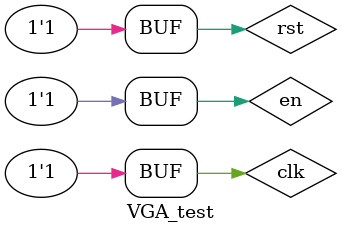
<source format=v>
`timescale 10ns / 1ns

module VGA_test;

	reg clk;
	reg rst;
	reg en;
	
	wire pll_clk;
	wire VSync;
	wire HSync;
	wire h_addr;
	wire v_addr;
	
	VGA U1
(
    .clk(clk),
    .rst(rst),
	.en(en),
	
	.pll_clk(pll_clk),
    .VSync(VSync),
    .HSync(HSync),
	.h_addr(h_addr),
	.v_addr(v_addr)
);
	
	always
	begin
		clk = 1'b0;
		#1;
		clk = 1'b1;
		#1;
	end
	
	initial
	begin
		rst = 1'b0;
		en  = 1'b0;
		#5;
		rst = 1'b1;
		#3;
		en  = 1'b1;
	end
	
	initial
	begin
		$monitor($time,"pll_clk = %b,VSync = %b,HSync = %b,h_addr = %b,v_addr = %b",
		pll_clk,VSync,HSync,h_addr,v_addr);
	end
	
endmodule







</source>
